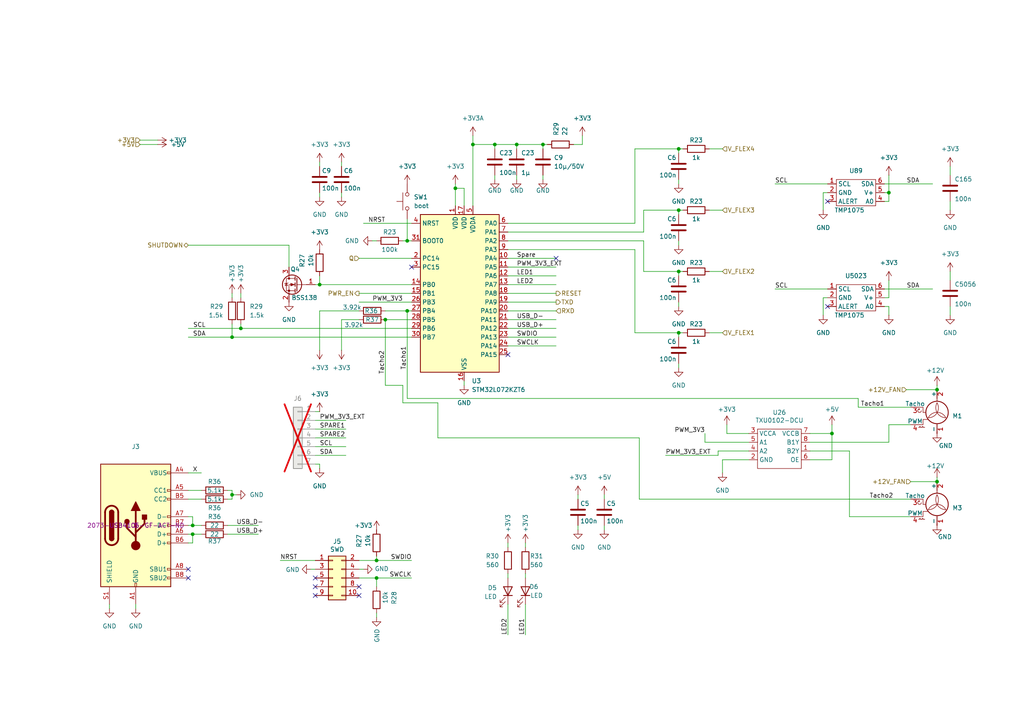
<source format=kicad_sch>
(kicad_sch (version 20231120) (generator "eeschema") (generator_version "8.0")
  (paper "A4")
  (lib_symbols
    (symbol "+3V3_1" (power) (pin_numbers hide) (pin_names (offset 0) hide)
      (property "Value" "+3V3" (at 0 3.556 0))
      (symbol "+3V3_1_1_1"
        (pin power_in line (at 0 0 90) (length 0) (name "~") (number "1"))
      )
    )
    (symbol "+3V3_2" (power) (pin_numbers hide) (pin_names (offset 0) hide)
      (property "Value" "+3V3" (at 0 3.556 0))
      (symbol "+3V3_2_1_1"
        (pin power_in line (at 0 0 90) (length 0) (name "~") (number "1"))
      )
    )
    (symbol "+3V3_3" (power) (pin_numbers hide) (pin_names (offset 0) hide)
      (property "Value" "+3V3" (at 0 3.556 0))
      (symbol "+3V3_3_1_1"
        (pin power_in line (at 0 0 90) (length 0) (name "~") (number "1"))
      )
    )
    (symbol "Connector:USB_C_Receptacle_USB2.0" (pin_names (offset 1.016))
      (property "Reference" "J" (at -10.16 19.05 0))
      (property "Value" "USB_C_Receptacle_USB2.0" (at 19.05 19.05 0))
      (symbol "USB_C_Receptacle_USB2.0_1_1"
        (pin passive line (at 0 -22.86 90) (length 5.08) (name "GND") (number "A1"))
        (pin passive line (at 0 -22.86 90) (length 5.08) hide (name "GND") (number "A12"))
        (pin passive line (at 15.24 15.24 180) (length 5.08) (name "VBUS") (number "A4"))
        (pin bidirectional line (at 15.24 10.16 180) (length 5.08) (name "CC1") (number "A5"))
        (pin bidirectional line (at 15.24 -2.54 180) (length 5.08) (name "D+") (number "A6"))
        (pin bidirectional line (at 15.24 2.54 180) (length 5.08) (name "D-") (number "A7"))
        (pin bidirectional line (at 15.24 -12.7 180) (length 5.08) (name "SBU1") (number "A8"))
        (pin passive line (at 15.24 15.24 180) (length 5.08) hide (name "VBUS") (number "A9"))
        (pin passive line (at 0 -22.86 90) (length 5.08) hide (name "GND") (number "B1"))
        (pin passive line (at 0 -22.86 90) (length 5.08) hide (name "GND") (number "B12"))
        (pin passive line (at 15.24 15.24 180) (length 5.08) hide (name "VBUS") (number "B4"))
        (pin bidirectional line (at 15.24 7.62 180) (length 5.08) (name "CC2") (number "B5"))
        (pin bidirectional line (at 15.24 -5.08 180) (length 5.08) (name "D+") (number "B6"))
        (pin bidirectional line (at 15.24 0 180) (length 5.08) (name "D-") (number "B7"))
        (pin bidirectional line (at 15.24 -15.24 180) (length 5.08) (name "SBU2") (number "B8"))
        (pin passive line (at 15.24 15.24 180) (length 5.08) hide (name "VBUS") (number "B9"))
        (pin passive line (at -7.62 -22.86 90) (length 5.08) (name "SHIELD") (number "S1"))
      )
    )
    (symbol "Connector_Generic:Conn_01x07" (pin_names (offset 1.016) hide)
      (property "Reference" "J" (at 0 10.16 0))
      (property "Value" "Conn_01x07" (at 0 -10.16 0))
      (symbol "Conn_01x07_1_1"
        (pin passive line (at -5.08 7.62 0) (length 3.81) (name "Pin_1") (number "1"))
        (pin passive line (at -5.08 5.08 0) (length 3.81) (name "Pin_2") (number "2"))
        (pin passive line (at -5.08 2.54 0) (length 3.81) (name "Pin_3") (number "3"))
        (pin passive line (at -5.08 0 0) (length 3.81) (name "Pin_4") (number "4"))
        (pin passive line (at -5.08 -2.54 0) (length 3.81) (name "Pin_5") (number "5"))
        (pin passive line (at -5.08 -5.08 0) (length 3.81) (name "Pin_6") (number "6"))
        (pin passive line (at -5.08 -7.62 0) (length 3.81) (name "Pin_7") (number "7"))
      )
    )
    (symbol "Device:C" (pin_numbers hide) (pin_names (offset 0.254))
      (property "Reference" "C" (at 0.635 2.54 0))
      (property "Value" "C" (at 0.635 -2.54 0))
      (symbol "C_1_1"
        (pin passive line (at 0 3.81 270) (length 2.794) (name "~") (number "1"))
        (pin passive line (at 0 -3.81 90) (length 2.794) (name "~") (number "2"))
      )
    )
    (symbol "Device:LED" (pin_numbers hide) (pin_names (offset 1.016) hide)
      (property "Reference" "D" (at 0 2.54 0))
      (property "Value" "LED" (at 0 -2.54 0))
      (symbol "LED_1_1"
        (pin passive line (at -3.81 0 0) (length 2.54) (name "K") (number "1"))
        (pin passive line (at 3.81 0 180) (length 2.54) (name "A") (number "2"))
      )
    )
    (symbol "Device:R" (pin_numbers hide) (pin_names (offset 0))
      (property "Reference" "R" (at 2.032 0 90))
      (property "Value" "R" (at 0 0 90))
      (symbol "R_1_1"
        (pin passive line (at 0 3.81 270) (length 1.27) (name "~") (number "1"))
        (pin passive line (at 0 -3.81 90) (length 1.27) (name "~") (number "2"))
      )
    )
    (symbol "GND_1" (power) (pin_names (offset 0))
      (property "Value" "GND_1" (at 0 -3.81 0))
      (symbol "GND_1_1_1"
        (pin power_in line (at 0 0 270) (length 0) hide (name "GND") (number "1"))
      )
    )
    (symbol "GND_2" (power) (pin_numbers hide) (pin_names (offset 0) hide)
      (property "Value" "GND" (at 0 -3.81 0))
      (symbol "GND_2_1_1"
        (pin power_in line (at 0 0 270) (length 0) (name "~") (number "1"))
      )
    )
    (symbol "GND_3" (power) (pin_numbers hide) (pin_names (offset 0) hide)
      (property "Value" "GND" (at 0 -3.81 0))
      (symbol "GND_3_1_1"
        (pin power_in line (at 0 0 270) (length 0) (name "~") (number "1"))
      )
    )
    (symbol "MCU_ST_STM32L0:STM32L052K6Tx"
      (property "Reference" "U" (at -10.16 24.13 0))
      (property "Value" "STM32L052K6Tx" (at 7.62 24.13 0))
      (symbol "STM32L052K6Tx_1_1"
        (pin power_in line (at 0 25.4 270) (length 2.54) (name "VDD") (number "1"))
        (pin bidirectional line (at 15.24 10.16 180) (length 2.54) (name "PA4") (number "10"))
        (pin bidirectional line (at 15.24 7.62 180) (length 2.54) (name "PA5") (number "11"))
        (pin bidirectional line (at 15.24 5.08 180) (length 2.54) (name "PA6") (number "12"))
        (pin bidirectional line (at 15.24 2.54 180) (length 2.54) (name "PA7") (number "13"))
        (pin bidirectional line (at -12.7 2.54 0) (length 2.54) (name "PB0") (number "14"))
        (pin bidirectional line (at -12.7 0 0) (length 2.54) (name "PB1") (number "15"))
        (pin power_in line (at 2.54 -25.4 90) (length 2.54) (name "VSS") (number "16"))
        (pin power_in line (at 2.54 25.4 270) (length 2.54) (name "VDD") (number "17"))
        (pin bidirectional line (at 15.24 0 180) (length 2.54) (name "PA8") (number "18"))
        (pin bidirectional line (at 15.24 -2.54 180) (length 2.54) (name "PA9") (number "19"))
        (pin bidirectional line (at -12.7 10.16 0) (length 2.54) (name "PC14") (number "2"))
        (pin bidirectional line (at 15.24 -5.08 180) (length 2.54) (name "PA10") (number "20"))
        (pin bidirectional line (at 15.24 -7.62 180) (length 2.54) (name "PA11") (number "21"))
        (pin bidirectional line (at 15.24 -10.16 180) (length 2.54) (name "PA12") (number "22"))
        (pin bidirectional line (at 15.24 -12.7 180) (length 2.54) (name "PA13") (number "23"))
        (pin bidirectional line (at 15.24 -15.24 180) (length 2.54) (name "PA14") (number "24"))
        (pin bidirectional line (at 15.24 -17.78 180) (length 2.54) (name "PA15") (number "25"))
        (pin bidirectional line (at -12.7 -2.54 0) (length 2.54) (name "PB3") (number "26"))
        (pin bidirectional line (at -12.7 -5.08 0) (length 2.54) (name "PB4") (number "27"))
        (pin bidirectional line (at -12.7 -7.62 0) (length 2.54) (name "PB5") (number "28"))
        (pin bidirectional line (at -12.7 -10.16 0) (length 2.54) (name "PB6") (number "29"))
        (pin bidirectional line (at -12.7 7.62 0) (length 2.54) (name "PC15") (number "3"))
        (pin bidirectional line (at -12.7 -12.7 0) (length 2.54) (name "PB7") (number "30"))
        (pin input line (at -12.7 15.24 0) (length 2.54) (name "BOOT0") (number "31"))
        (pin passive line (at 2.54 -25.4 90) (length 2.54) hide (name "VSS") (number "32"))
        (pin input line (at -12.7 20.32 0) (length 2.54) (name "NRST") (number "4"))
        (pin power_in line (at 5.08 25.4 270) (length 2.54) (name "VDDA") (number "5"))
        (pin bidirectional line (at 15.24 20.32 180) (length 2.54) (name "PA0") (number "6"))
        (pin bidirectional line (at 15.24 17.78 180) (length 2.54) (name "PA1") (number "7"))
        (pin bidirectional line (at 15.24 15.24 180) (length 2.54) (name "PA2") (number "8"))
        (pin bidirectional line (at 15.24 12.7 180) (length 2.54) (name "PA3") (number "9"))
      )
    )
    (symbol "Motor:Fan_4pin" (pin_names (offset 0))
      (property "Reference" "M" (at 2.54 5.08 0))
      (property "Value" "Fan_4pin" (at 2.54 -2.54 0))
      (symbol "Fan_4pin_1_1"
        (pin passive line (at 0 -5.08 90) (length 2.54) (name "-") (number "1"))
        (pin passive line (at 0 7.62 270) (length 2.54) (name "+") (number "2"))
        (pin passive line (at -7.62 2.54 0) (length 2.54) (name "Tacho") (number "3"))
        (pin input line (at -7.62 -2.54 0) (length 2.54) (name "PWM") (number "4"))
      )
    )
    (symbol "New_Library_0:TXU0102DCK"
      (property "Reference" "U1" (at 0 8.89 0))
      (property "Value" "TXU0102-DCU" (at 0 6.35 0))
      (symbol "TXU0102DCK_1_1"
        (pin output line (at 8.89 -2.54 180) (length 2.54) (name "B2Y") (number "1"))
        (pin power_in line (at -8.89 -5.08 0) (length 2.54) (name "GND") (number "2"))
        (pin power_in line (at -8.89 2.54 0) (length 2.54) (name "VCCA") (number "3"))
        (pin input line (at -8.89 -2.54 0) (length 2.54) (name "A2") (number "4"))
        (pin input line (at -8.89 0 0) (length 2.54) (name "A1") (number "5"))
        (pin input line (at 8.89 -5.08 180) (length 2.54) (name "OE") (number "6"))
        (pin power_in line (at 8.89 2.54 180) (length 2.54) (name "VCCB") (number "7"))
        (pin output line (at 8.89 0 180) (length 2.54) (name "B1Y") (number "8"))
      )
    )
    (symbol "Switch:SW_Push" (pin_numbers hide) (pin_names (offset 1.016) hide)
      (property "Reference" "SW" (at 1.27 2.54 0))
      (property "Value" "SW_Push" (at 0 -1.524 0))
      (symbol "SW_Push_0_1"
        (pin passive line (at -5.08 0 0) (length 2.54) (name "1") (number "1"))
        (pin passive line (at 5.08 0 180) (length 2.54) (name "2") (number "2"))
      )
    )
    (symbol "Transistor_FET:BSS138" (pin_names hide)
      (property "Reference" "Q" (at 5.08 1.905 0))
      (property "Value" "BSS138" (at 5.08 0 0))
      (symbol "BSS138_1_1"
        (pin input line (at -5.08 0 0) (length 2.54) (name "G") (number "1"))
        (pin passive line (at 2.54 -5.08 90) (length 2.54) (name "S") (number "2"))
        (pin passive line (at 2.54 5.08 270) (length 2.54) (name "D") (number "3"))
      )
    )
    (symbol "clock-rescue:R" (pin_numbers hide) (pin_names (offset 0))
      (property "Reference" "R" (at 2.032 0 90))
      (property "Value" "R" (at 0 0 90))
      (symbol "R_1_1"
        (pin passive line (at 0 3.81 270) (length 1.27) (name "~") (number "1"))
        (pin passive line (at 0 -3.81 90) (length 1.27) (name "~") (number "2"))
      )
    )
    (symbol "dwc-hat-rescue:+3V3-power" (power) (pin_names (offset 0))
      (property "Value" "+3V3-power" (at 0 3.556 0))
      (symbol "+3V3-power_1_1"
        (pin power_in line (at 0 0 90) (length 0) hide (name "+3V3") (number "1"))
      )
    )
    (symbol "dwc-hat-rescue:Conn_02x05_Odd_Even-Connector_Generic" (pin_names (offset 1.016) hide)
      (property "Reference" "J" (at 1.27 7.62 0))
      (property "Value" "Connector_Generic_Conn_02x05_Odd_Even" (at 1.27 -7.62 0))
      (symbol "Conn_02x05_Odd_Even-Connector_Generic_1_1"
        (pin passive line (at -5.08 5.08 0) (length 3.81) (name "Pin_1") (number "1"))
        (pin passive line (at 7.62 -5.08 180) (length 3.81) (name "Pin_10") (number "10"))
        (pin passive line (at 7.62 5.08 180) (length 3.81) (name "Pin_2") (number "2"))
        (pin passive line (at -5.08 2.54 0) (length 3.81) (name "Pin_3") (number "3"))
        (pin passive line (at 7.62 2.54 180) (length 3.81) (name "Pin_4") (number "4"))
        (pin passive line (at -5.08 0 0) (length 3.81) (name "Pin_5") (number "5"))
        (pin passive line (at 7.62 0 180) (length 3.81) (name "Pin_6") (number "6"))
        (pin passive line (at -5.08 -2.54 0) (length 3.81) (name "Pin_7") (number "7"))
        (pin passive line (at 7.62 -2.54 180) (length 3.81) (name "Pin_8") (number "8"))
        (pin passive line (at -5.08 -5.08 0) (length 3.81) (name "Pin_9") (number "9"))
      )
    )
    (symbol "dwc-hat-rescue:GND-power" (power) (pin_names (offset 0))
      (property "Value" "GND-power" (at 0 -3.81 0))
      (symbol "GND-power_1_1"
        (pin power_in line (at 0 0 270) (length 0) hide (name "GND") (number "1"))
      )
    )
    (symbol "dwc-hat-rescue:R-Device" (pin_numbers hide) (pin_names (offset 0))
      (property "Reference" "R" (at 2.032 0 90))
      (property "Value" "Device_R" (at 0 0 90))
      (symbol "R-Device_1_1"
        (pin passive line (at 0 3.81 270) (length 1.27) (name "~") (number "1"))
        (pin passive line (at 0 -3.81 90) (length 1.27) (name "~") (number "2"))
      )
    )
    (symbol "mylib7:+3V3A" (power) (pin_names (offset 0))
      (property "Value" "+3V3A" (at 0 3.556 0))
      (symbol "+3V3A_1_1"
        (pin power_in line (at 0 0 90) (length 0) hide (name "+3V3A") (number "1"))
      )
    )
    (symbol "mylib7:TMP1075-DRL-SOT563"
      (property "Reference" "U" (at -5.08 5.08 0))
      (symbol "TMP1075-DRL-SOT563_1_1"
        (pin open_collector line (at -8.89 2.54 0) (length 2.54) (name "SCL") (number "1"))
        (pin power_in line (at -8.89 0 0) (length 2.54) (name "GND") (number "2"))
        (pin open_collector line (at -8.89 -2.54 0) (length 2.54) (name "ALERT") (number "3"))
        (pin input line (at 7.62 -2.54 180) (length 2.54) (name "A0") (number "4"))
        (pin power_in line (at 7.62 0 180) (length 2.54) (name "V+") (number "5"))
        (pin open_collector line (at 7.62 2.54 180) (length 2.54) (name "SDA") (number "6"))
      )
    )
    (symbol "power:+12V" (power) (pin_numbers hide) (pin_names (offset 0) hide)
      (property "Value" "+12V" (at 0 3.556 0))
      (symbol "+12V_1_1"
        (pin power_in line (at 0 0 90) (length 0) (name "~") (number "1"))
      )
    )
    (symbol "power:+3V3" (power) (pin_names (offset 0))
      (property "Value" "+3V3" (at 0 3.556 0))
      (symbol "+3V3_1_1"
        (pin power_in line (at 0 0 90) (length 0) hide (name "+3V3") (number "1"))
      )
    )
    (symbol "power:+5V" (power) (pin_names (offset 0))
      (property "Value" "+5V" (at 0 3.556 0))
      (symbol "+5V_1_1"
        (pin power_in line (at 0 0 90) (length 0) hide (name "+5V") (number "1"))
      )
    )
    (symbol "power:GND" (power) (pin_names (offset 0))
      (property "Value" "GND" (at 0 -3.81 0))
      (symbol "GND_1_1"
        (pin power_in line (at 0 0 270) (length 0) hide (name "GND") (number "1"))
      )
    )
    (symbol "vfd1-rescue:C" (pin_numbers hide) (pin_names (offset 0.254))
      (property "Reference" "C" (at 0.635 2.54 0))
      (property "Value" "C" (at 0.635 -2.54 0))
      (symbol "C_1_1"
        (pin passive line (at 0 3.81 270) (length 2.794) (name "~") (number "1"))
        (pin passive line (at 0 -3.81 90) (length 2.794) (name "~") (number "2"))
      )
    )
  )
  (junction (at 271.78 113.03))
  (junction (at 92.71 82.55))
  (junction (at 196.85 78.74))
  (junction (at 55.88 152.4))
  (junction (at 69.85 95.25))
  (junction (at 196.85 43.18))
  (junction (at 271.78 139.7))
  (junction (at 149.86 41.91))
  (junction (at 118.11 90.17))
  (junction (at 55.88 154.94))
  (junction (at 241.3 125.73))
  (junction (at 111.76 92.71))
  (junction (at 137.16 41.91))
  (junction (at 257.81 55.88))
  (junction (at 196.85 96.52))
  (junction (at 143.51 41.91))
  (junction (at 109.22 162.56))
  (junction (at 157.48 41.91))
  (junction (at 109.22 167.64))
  (junction (at 132.08 54.61))
  (junction (at 196.85 60.96))
  (junction (at 67.31 97.79))
  (junction (at 67.31 143.51))
  (junction (at 118.11 69.85))
  (no_connect (at 161.29 74.93))
  (no_connect (at 54.61 167.64))
  (no_connect (at 91.44 172.72))
  (no_connect (at 240.03 58.42))
  (no_connect (at 119.38 77.47))
  (no_connect (at 91.44 170.18))
  (no_connect (at 104.14 172.72))
  (no_connect (at 240.03 88.9))
  (no_connect (at 104.14 170.18))
  (no_connect (at 54.61 165.1))
  (no_connect (at 91.44 167.64))
  (no_connect (at 147.32 102.87))
  (wire (pts (xy 137.16 41.91) (xy 137.16 59.69)))
  (wire (pts (xy 241.3 123.19) (xy 241.3 125.73)))
  (wire (pts (xy 257.81 55.88) (xy 257.81 58.42)))
  (wire (pts (xy 238.76 86.36) (xy 238.76 91.44)))
  (wire (pts (xy 69.85 93.98) (xy 69.85 95.25)))
  (wire (pts (xy 175.26 152.4) (xy 175.26 153.67)))
  (wire (pts (xy 116.84 69.85) (xy 118.11 69.85)))
  (wire (pts (xy 54.61 144.78) (xy 58.42 144.78)))
  (wire (pts (xy 66.04 142.24) (xy 67.31 142.24)))
  (wire (pts (xy 184.15 43.18) (xy 184.15 64.77)))
  (wire (pts (xy 175.26 143.51) (xy 175.26 144.78)))
  (wire (pts (xy 91.44 132.08) (xy 100.33 132.08)))
  (wire (pts (xy 275.59 88.9) (xy 275.59 91.44)))
  (wire (pts (xy 257.81 128.27) (xy 257.81 123.19)))
  (wire (pts (xy 118.11 90.17) (xy 119.38 90.17)))
  (wire (pts (xy 147.32 74.93) (xy 161.29 74.93)))
  (wire (pts (xy 92.71 82.55) (xy 119.38 82.55)))
  (wire (pts (xy 184.15 72.39) (xy 184.15 96.52)))
  (wire (pts (xy 196.85 43.18) (xy 196.85 44.45)))
  (wire (pts (xy 234.95 128.27) (xy 257.81 128.27)))
  (wire (pts (xy 132.08 53.34) (xy 132.08 54.61)))
  (wire (pts (xy 157.48 41.91) (xy 157.48 43.18)))
  (wire (pts (xy 234.95 125.73) (xy 241.3 125.73)))
  (wire (pts (xy 248.92 115.57) (xy 248.92 118.11)))
  (wire (pts (xy 111.76 90.17) (xy 118.11 90.17)))
  (wire (pts (xy 186.69 60.96) (xy 186.69 67.31)))
  (wire (pts (xy 147.32 85.09) (xy 161.29 85.09)))
  (wire (pts (xy 105.41 165.1) (xy 104.14 165.1)))
  (wire (pts (xy 257.81 123.19) (xy 264.16 123.19)))
  (wire (pts (xy 118.11 69.85) (xy 119.38 69.85)))
  (wire (pts (xy 67.31 144.78) (xy 66.04 144.78)))
  (wire (pts (xy 147.32 95.25) (xy 161.29 95.25)))
  (wire (pts (xy 104.14 85.09) (xy 119.38 85.09)))
  (wire (pts (xy 55.88 152.4) (xy 58.42 152.4)))
  (wire (pts (xy 262.89 113.03) (xy 271.78 113.03)))
  (wire (pts (xy 147.32 97.79) (xy 161.29 97.79)))
  (wire (pts (xy 205.74 78.74) (xy 209.55 78.74)))
  (wire (pts (xy 248.92 115.57) (xy 118.11 115.57)))
  (wire (pts (xy 256.54 53.34) (xy 270.51 53.34)))
  (wire (pts (xy 81.28 162.56) (xy 91.44 162.56)))
  (wire (pts (xy 149.86 41.91) (xy 157.48 41.91)))
  (wire (pts (xy 107.95 69.85) (xy 109.22 69.85)))
  (wire (pts (xy 147.32 92.71) (xy 161.29 92.71)))
  (wire (pts (xy 134.62 110.49) (xy 134.62 111.76)))
  (wire (pts (xy 118.11 90.17) (xy 118.11 115.57)))
  (wire (pts (xy 109.22 162.56) (xy 104.14 162.56)))
  (wire (pts (xy 210.82 125.73) (xy 210.82 123.19)))
  (wire (pts (xy 127 127) (xy 127 116.84)))
  (wire (pts (xy 147.32 64.77) (xy 184.15 64.77)))
  (wire (pts (xy 224.79 53.34) (xy 240.03 53.34)))
  (wire (pts (xy 67.31 93.98) (xy 67.31 97.79)))
  (wire (pts (xy 31.75 175.26) (xy 31.75 176.53)))
  (wire (pts (xy 196.85 87.63) (xy 196.85 88.9)))
  (wire (pts (xy 109.22 161.29) (xy 109.22 162.56)))
  (wire (pts (xy 147.32 80.01) (xy 161.29 80.01)))
  (wire (pts (xy 55.88 149.86) (xy 55.88 152.4)))
  (wire (pts (xy 256.54 55.88) (xy 257.81 55.88)))
  (wire (pts (xy 147.32 157.48) (xy 147.32 158.75)))
  (wire (pts (xy 205.74 96.52) (xy 209.55 96.52)))
  (wire (pts (xy 104.14 87.63) (xy 119.38 87.63)))
  (wire (pts (xy 257.81 55.88) (xy 257.81 50.8)))
  (wire (pts (xy 257.81 86.36) (xy 257.81 81.28)))
  (wire (pts (xy 198.12 60.96) (xy 196.85 60.96)))
  (wire (pts (xy 92.71 80.01) (xy 92.71 82.55)))
  (wire (pts (xy 67.31 85.09) (xy 67.31 86.36)))
  (wire (pts (xy 275.59 78.74) (xy 275.59 81.28)))
  (wire (pts (xy 238.76 55.88) (xy 238.76 60.96)))
  (wire (pts (xy 149.86 50.8) (xy 149.86 52.07)))
  (wire (pts (xy 246.38 149.86) (xy 264.16 149.86)))
  (wire (pts (xy 147.32 72.39) (xy 184.15 72.39)))
  (wire (pts (xy 127 116.84) (xy 116.84 116.84)))
  (wire (pts (xy 147.32 175.26) (xy 147.32 184.15)))
  (wire (pts (xy 69.85 85.09) (xy 69.85 86.36)))
  (wire (pts (xy 217.17 133.35) (xy 209.55 133.35)))
  (wire (pts (xy 92.71 46.99) (xy 92.71 48.26)))
  (wire (pts (xy 152.4 166.37) (xy 152.4 167.64)))
  (wire (pts (xy 208.28 130.81) (xy 217.17 130.81)))
  (wire (pts (xy 39.37 175.26) (xy 39.37 176.53)))
  (wire (pts (xy 186.69 78.74) (xy 196.85 78.74)))
  (wire (pts (xy 143.51 50.8) (xy 143.51 52.07)))
  (wire (pts (xy 92.71 55.88) (xy 92.71 57.15)))
  (wire (pts (xy 99.06 55.88) (xy 99.06 57.15)))
  (wire (pts (xy 185.42 144.78) (xy 185.42 127)))
  (wire (pts (xy 147.32 77.47) (xy 161.29 77.47)))
  (wire (pts (xy 185.42 127) (xy 127 127)))
  (wire (pts (xy 196.85 78.74) (xy 196.85 80.01)))
  (wire (pts (xy 105.41 64.77) (xy 119.38 64.77)))
  (wire (pts (xy 111.76 92.71) (xy 119.38 92.71)))
  (wire (pts (xy 271.78 138.43) (xy 271.78 139.7)))
  (wire (pts (xy 198.12 78.74) (xy 196.85 78.74)))
  (wire (pts (xy 149.86 41.91) (xy 149.86 43.18)))
  (wire (pts (xy 186.69 60.96) (xy 196.85 60.96)))
  (wire (pts (xy 99.06 92.71) (xy 99.06 101.6)))
  (wire (pts (xy 119.38 167.64) (xy 109.22 167.64)))
  (wire (pts (xy 143.51 41.91) (xy 143.51 43.18)))
  (wire (pts (xy 157.48 50.8) (xy 157.48 52.07)))
  (wire (pts (xy 198.12 96.52) (xy 196.85 96.52)))
  (wire (pts (xy 67.31 97.79) (xy 119.38 97.79)))
  (wire (pts (xy 55.88 157.48) (xy 54.61 157.48)))
  (wire (pts (xy 91.44 127) (xy 100.33 127)))
  (wire (pts (xy 66.04 154.94) (xy 74.93 154.94)))
  (wire (pts (xy 109.22 167.64) (xy 104.14 167.64)))
  (wire (pts (xy 109.22 177.8) (xy 109.22 179.07)))
  (wire (pts (xy 143.51 41.91) (xy 149.86 41.91)))
  (wire (pts (xy 147.32 67.31) (xy 186.69 67.31)))
  (wire (pts (xy 91.44 124.46) (xy 100.33 124.46)))
  (wire (pts (xy 134.62 54.61) (xy 132.08 54.61)))
  (wire (pts (xy 257.81 88.9) (xy 257.81 91.44)))
  (wire (pts (xy 147.32 166.37) (xy 147.32 167.64)))
  (wire (pts (xy 92.71 134.62) (xy 92.71 135.89)))
  (wire (pts (xy 196.85 96.52) (xy 196.85 97.79)))
  (wire (pts (xy 147.32 82.55) (xy 161.29 82.55)))
  (wire (pts (xy 137.16 41.91) (xy 143.51 41.91)))
  (wire (pts (xy 275.59 58.42) (xy 275.59 60.96)))
  (wire (pts (xy 184.15 43.18) (xy 196.85 43.18)))
  (wire (pts (xy 196.85 52.07) (xy 196.85 53.34)))
  (wire (pts (xy 69.85 95.25) (xy 119.38 95.25)))
  (wire (pts (xy 186.69 69.85) (xy 186.69 78.74)))
  (wire (pts (xy 99.06 46.99) (xy 99.06 48.26)))
  (wire (pts (xy 167.64 143.51) (xy 167.64 144.78)))
  (wire (pts (xy 104.14 74.93) (xy 119.38 74.93)))
  (wire (pts (xy 40.64 41.91) (xy 45.72 41.91)))
  (wire (pts (xy 217.17 125.73) (xy 210.82 125.73)))
  (wire (pts (xy 198.12 43.18) (xy 196.85 43.18)))
  (wire (pts (xy 204.47 125.73) (xy 204.47 128.27)))
  (wire (pts (xy 240.03 55.88) (xy 238.76 55.88)))
  (wire (pts (xy 118.11 63.5) (xy 118.11 69.85)))
  (wire (pts (xy 54.61 97.79) (xy 67.31 97.79)))
  (wire (pts (xy 224.79 83.82) (xy 240.03 83.82)))
  (wire (pts (xy 208.28 132.08) (xy 208.28 130.81)))
  (wire (pts (xy 55.88 152.4) (xy 54.61 152.4)))
  (wire (pts (xy 209.55 133.35) (xy 209.55 137.16)))
  (wire (pts (xy 264.16 139.7) (xy 271.78 139.7)))
  (wire (pts (xy 234.95 133.35) (xy 241.3 133.35)))
  (wire (pts (xy 134.62 54.61) (xy 134.62 59.69)))
  (wire (pts (xy 257.81 88.9) (xy 256.54 88.9)))
  (wire (pts (xy 196.85 105.41) (xy 196.85 106.68)))
  (wire (pts (xy 185.42 144.78) (xy 264.16 144.78)))
  (wire (pts (xy 54.61 95.25) (xy 69.85 95.25)))
  (wire (pts (xy 99.06 92.71) (xy 104.14 92.71)))
  (wire (pts (xy 196.85 69.85) (xy 196.85 71.12)))
  (wire (pts (xy 152.4 175.26) (xy 152.4 184.15)))
  (wire (pts (xy 67.31 143.51) (xy 67.31 144.78)))
  (wire (pts (xy 54.61 149.86) (xy 55.88 149.86)))
  (wire (pts (xy 147.32 90.17) (xy 161.29 90.17)))
  (wire (pts (xy 109.22 170.18) (xy 109.22 167.64)))
  (wire (pts (xy 257.81 58.42) (xy 256.54 58.42)))
  (wire (pts (xy 147.32 69.85) (xy 186.69 69.85)))
  (wire (pts (xy 111.76 111.76) (xy 111.76 92.71)))
  (wire (pts (xy 204.47 128.27) (xy 217.17 128.27)))
  (wire (pts (xy 104.14 90.17) (xy 92.71 90.17)))
  (wire (pts (xy 40.64 40.64) (xy 45.72 40.64)))
  (wire (pts (xy 91.44 129.54) (xy 100.33 129.54)))
  (wire (pts (xy 205.74 43.18) (xy 209.55 43.18)))
  (wire (pts (xy 91.44 134.62) (xy 92.71 134.62)))
  (wire (pts (xy 55.88 154.94) (xy 55.88 157.48)))
  (wire (pts (xy 168.91 39.37) (xy 168.91 41.91)))
  (wire (pts (xy 91.44 121.92) (xy 100.33 121.92)))
  (wire (pts (xy 271.78 111.76) (xy 271.78 113.03)))
  (wire (pts (xy 67.31 142.24) (xy 67.31 143.51)))
  (wire (pts (xy 92.71 90.17) (xy 92.71 101.6)))
  (wire (pts (xy 167.64 152.4) (xy 167.64 153.67)))
  (wire (pts (xy 90.17 165.1) (xy 91.44 165.1)))
  (wire (pts (xy 147.32 100.33) (xy 161.29 100.33)))
  (wire (pts (xy 116.84 116.84) (xy 116.84 111.76)))
  (wire (pts (xy 157.48 41.91) (xy 158.75 41.91)))
  (wire (pts (xy 196.85 60.96) (xy 196.85 62.23)))
  (wire (pts (xy 256.54 86.36) (xy 257.81 86.36)))
  (wire (pts (xy 91.44 119.38) (xy 92.71 119.38)))
  (wire (pts (xy 137.16 39.37) (xy 137.16 41.91)))
  (wire (pts (xy 54.61 142.24) (xy 58.42 142.24)))
  (wire (pts (xy 241.3 125.73) (xy 241.3 133.35)))
  (wire (pts (xy 248.92 118.11) (xy 264.16 118.11)))
  (wire (pts (xy 205.74 60.96) (xy 209.55 60.96)))
  (wire (pts (xy 275.59 48.26) (xy 275.59 50.8)))
  (wire (pts (xy 256.54 83.82) (xy 270.51 83.82)))
  (wire (pts (xy 91.44 82.55) (xy 92.71 82.55)))
  (wire (pts (xy 66.04 152.4) (xy 74.93 152.4)))
  (wire (pts (xy 119.38 162.56) (xy 109.22 162.56)))
  (wire (pts (xy 54.61 154.94) (xy 55.88 154.94)))
  (wire (pts (xy 55.88 154.94) (xy 58.42 154.94)))
  (wire (pts (xy 83.82 71.12) (xy 83.82 77.47)))
  (wire (pts (xy 54.61 137.16) (xy 58.42 137.16)))
  (wire (pts (xy 193.04 132.08) (xy 208.28 132.08)))
  (wire (pts (xy 67.31 143.51) (xy 68.58 143.51)))
  (wire (pts (xy 54.61 71.12) (xy 83.82 71.12)))
  (wire (pts (xy 246.38 130.81) (xy 246.38 149.86)))
  (wire (pts (xy 168.91 41.91) (xy 166.37 41.91)))
  (wire (pts (xy 132.08 54.61) (xy 132.08 59.69)))
  (wire (pts (xy 147.32 87.63) (xy 161.29 87.63)))
  (wire (pts (xy 234.95 130.81) (xy 246.38 130.81)))
  (wire (pts (xy 116.84 111.76) (xy 111.76 111.76)))
  (wire (pts (xy 152.4 157.48) (xy 152.4 158.75)))
  (wire (pts (xy 184.15 96.52) (xy 196.85 96.52)))
  (wire (pts (xy 240.03 86.36) (xy 238.76 86.36)))
  (label "SWCLK" (at 119.38 167.64 180))
  (label "SWDIO" (at 119.38 162.56 180))
  (label "PWM_3V3_EXT" (at 149.86 77.47 0))
  (label "SPARE1" (at 92.71 124.46 0))
  (label "Tacho1" (at 118.11 100.33 270))
  (label "Tacho1" (at 256.54 118.11 180))
  (label "SWDIO" (at 149.86 97.79 0))
  (label "USB_D-" (at 149.86 92.71 0))
  (label "USB_D-" (at 68.58 152.4 0))
  (label "PWM_3V3" (at 116.84 87.63 180))
  (label "SWCLK" (at 149.86 100.33 0))
  (label "USB_D+" (at 68.58 154.94 0))
  (label "SDA" (at 266.7 53.34 180))
  (label "X" (at 55.88 137.16 0))
  (label "SCL" (at 224.79 83.82 0))
  (label "LED1" (at 149.86 80.01 0))
  (label "LED2" (at 147.32 184.15 90))
  (label "SDA" (at 266.7 83.82 180))
  (label "PWM_3V3" (at 204.47 125.73 180))
  (label "SDA" (at 92.71 132.08 0))
  (label "NRST" (at 81.28 162.56 0))
  (label "LED2" (at 149.86 82.55 0))
  (label "SCL" (at 59.69 95.25 180))
  (label "SCL" (at 224.79 53.34 0))
  (label "NRST" (at 111.76 64.77 180))
  (label "SDA" (at 59.69 97.79 180))
  (label "Spare" (at 149.86 74.93 0))
  (label "PWM_3V3_EXT" (at 92.71 121.92 0))
  (label "SPARE2" (at 92.71 127 0))
  (label "PWM_3V3_EXT" (at 193.04 132.08 0))
  (label "SCL" (at 92.71 129.54 0))
  (label "Tacho2" (at 111.76 101.6 270))
  (label "Tacho2" (at 259.08 144.78 180))
  (label "USB_D+" (at 149.86 95.25 0))
  (label "LED1" (at 152.4 184.15 90))
  (hierarchical_label "V_FLEX1" (shape input) (at 209.55 96.52 0))
  (hierarchical_label "+5V" (shape input) (at 40.64 41.91 180))
  (hierarchical_label "RESET" (shape output) (at 161.29 85.09 0))
  (hierarchical_label "Q" (shape input) (at 104.14 74.93 180))
  (hierarchical_label "+12V_FAN" (shape input) (at 262.89 113.03 180))
  (hierarchical_label "PWR_EN" (shape output) (at 104.14 85.09 180))
  (hierarchical_label "V_FLEX4" (shape input) (at 209.55 43.18 0))
  (hierarchical_label "TXD" (shape output) (at 161.29 87.63 0))
  (hierarchical_label "+12V_FAN" (shape input) (at 264.16 139.7 180))
  (hierarchical_label "V_FLEX3" (shape input) (at 209.55 60.96 0))
  (hierarchical_label "V_FLEX2" (shape input) (at 209.55 78.74 0))
  (hierarchical_label "+3V3" (shape input) (at 40.64 40.64 180))
  (hierarchical_label "RXD" (shape input) (at 161.29 90.17 0))
  (hierarchical_label "SHUTDOWN" (shape bidirectional) (at 54.61 71.12 180))
  (symbol (lib_id "power:+3V3") (at 45.72 40.64 270) (unit 1)
    (property "Reference" "#PWR038" (effects (hide yes)))
    (property "Value" "+3V3" (at 48.895 40.64 90) (effects (justify left)))
    (instances (project "vfd-night-projector-clock" (path "" (reference "#PWR038") (unit 1))) (project "pi" (path "" (reference "#PWR020") (unit 1))) (project "8]axe" (path "" (reference "#PWR092") (unit 1))) (project "flex" (path "" (reference "#PWR020") (unit 1))))
  )
  (symbol (lib_id "power:+3V3") (at 118.11 53.34 0) (mirror y) (unit 1)
    (property "Reference" "#PWR038" (effects (hide yes)))
    (property "Value" "+3V3" (at 118.11 48.26 0))
    (instances (project "vfd-night-projector-clock" (path "" (reference "#PWR038") (unit 1))) (project "pi" (path "" (reference "#PWR020") (unit 1))) (project "eload" (path "" (reference "#PWR016") (unit 1))) (project "8]axe" (path "" (reference "#PWR0108") (unit 1))))
  )
  (symbol (lib_id "Device:C") (at 149.86 46.99 0) (unit 1)
    (property "Reference" "C23" (at 151.13 45.085 0) (effects (justify left bottom)))
    (property "Value" "1µ" (at 151.13 50.8 0) (effects (justify left bottom)))
    (property "Footprint" "Capacitor_SMD:C_0603_1608Metric" (effects (hide yes)))
    (property "Manufacturer" "CC0603KRX7R7BB105" (effects (hide yes)))
    (property "Distributor" "D" (effects (hide yes)))
    (property "OrderNr" "311-1446-1-ND" (effects (hide yes)))
    (instances (project "pi" (path "" (reference "C23") (unit 1))) (project "eload" (path "" (reference "C14") (unit 1))) (project "8]axe" (path "" (reference "C29") (unit 1))))
  )
  (symbol (lib_id "power:GND") (at 196.85 88.9 0) (unit 1)
    (property "Reference" "#PWR0124" (effects (hide yes)))
    (property "Value" "GND" (at 196.85 93.98 0))
  )
  (symbol (lib_id "clock-rescue:R") (at 62.23 154.94 270) (unit 1)
    (property "Reference" "R37" (at 62.23 156.972 90))
    (property "Value" "22" (at 62.23 154.94 90))
    (property "Footprint" "Resistor_SMD:R_0603_1608Metric" (effects (hide yes)))
    (property "Manufacturer" "RK73B1JTTD220J" (effects (hide yes)))
    (property "Distributor" "D" (effects (hide yes)))
    (property "OrderNr" "2019-RK73B1JTTD220JCT-ND" (effects (hide yes)))
    (instances (project "clockmicro" (path "" (reference "R37") (unit 1))) (project "fanpi" (path "" (reference "R20") (unit 1))) (project "vfd-night-projector-clock" (path "" (reference "R28") (unit 1))) (project "pi" (path "" (reference "R2") (unit 1))) (project "8]axe" (path "" (reference "R22") (unit 1))))
  )
  (symbol (lib_name "GND_2") (lib_id "power:GND") (at 238.76 91.44 0) (unit 1)
    (property "Reference" "#PWR0133" (effects (hide yes)))
    (property "Value" "GND" (at 238.76 96.52 0))
    (property "Description" "Power symbol creates a global label with name \"GND\" , ground" (effects (hide yes)))
  )
  (symbol (lib_id "dwc-hat-rescue:GND-power") (at 90.17 165.1 270) (unit 1)
    (property "Reference" "#PWR011" (effects (hide yes)))
    (property "Value" "GND" (at 86.9188 165.227 90) (effects (justify right)))
    (instances (project "dwc-hat" (path "" (reference "#PWR011") (unit 1))) (project "fanpi" (path "" (reference "#PWR011") (unit 1))) (project "vfd-night-projector-clock" (path "" (reference "#PWR041") (unit 1))) (project "pi" (path "" (reference "#PWR02") (unit 1))) (project "8]axe" (path "" (reference "#PWR098") (unit 1))) (project "flex" (path "" (reference "#PWR01") (unit 1))))
  )
  (symbol (lib_id "mylib7:TMP1075-DRL-SOT563") (at 248.92 55.88 0) (unit 1)
    (property "Reference" "U89" (at 248.285 49.53 0))
    (property "Value" "TMP1075" (at 246.38 60.96 0))
    (property "Footprint" "Library2:TMP" (effects (hide yes)))
    (property "Distributor" "D" (effects (hide yes)))
    (property "Manufacturer" "TMP1075NDRLR" (effects (hide yes)))
    (property "OrderNr" "296-TMP1075NDRLRCT-ND" (effects (hide yes)))
  )
  (symbol (lib_id "power:GND") (at 196.85 71.12 0) (unit 1)
    (property "Reference" "#PWR0123" (effects (hide yes)))
    (property "Value" "GND" (at 196.85 76.2 0))
  )
  (symbol (lib_id "power:GND") (at 149.86 52.07 0) (unit 1)
    (property "Reference" "#PWR045" (effects (hide yes)))
    (property "Value" "GND" (at 149.86 55.245 0))
    (instances (project "eload" (path "" (reference "#PWR045") (unit 1))) (project "8]axe" (path "" (reference "#PWR0114") (unit 1))))
  )
  (symbol (lib_name "+3V3_1") (lib_id "power:+3V3") (at 257.81 81.28 0) (unit 1)
    (property "Reference" "#PWR0132" (effects (hide yes)))
    (property "Value" "+3V3" (at 257.81 76.2 0))
    (property "Description" "Power symbol creates a global label with name \"+3V3\"" (effects (hide yes)))
  )
  (symbol (lib_id "power:GND") (at 31.75 176.53 0) (unit 1)
    (property "Reference" "#PWR090" (effects (hide yes)))
    (property "Value" "GND" (at 31.75 181.61 0))
  )
  (symbol (lib_id "dwc-hat-rescue:GND-power") (at 109.22 179.07 0) (unit 1)
    (property "Reference" "#PWR013" (effects (hide yes)))
    (property "Value" "GND" (at 109.347 182.3212 90) (effects (justify right)))
    (instances (project "dwc-hat" (path "" (reference "#PWR013") (unit 1))) (project "fanpi" (path "" (reference "#PWR015") (unit 1))) (project "vfd-night-projector-clock" (path "" (reference "#PWR043") (unit 1))) (project "pi" (path "" (reference "#PWR06") (unit 1))) (project "8]axe" (path "" (reference "#PWR0107") (unit 1))) (project "flex" (path "" (reference "#PWR08") (unit 1))))
  )
  (symbol (lib_id "vfd1-rescue:C") (at 99.06 52.07 0) (unit 1)
    (property "Reference" "C6" (at 99.695 49.53 0) (effects (justify left)))
    (property "Value" "100n" (at 99.695 54.61 0) (effects (justify left)))
    (property "Footprint" "Capacitor_SMD:C_0603_1608Metric" (effects (hide yes)))
    (property "Manufacturer" "CC0603KRX5R9BB104" (effects (hide yes)))
    (property "Distributor" "D" (effects (hide yes)))
    (property "OrderNr" "311-4046-1-ND" (effects (hide yes)))
    (instances (project "vfd-night-projector-clock" (path "" (reference "C6") (unit 1))) (project "pi" (path "" (reference "C4") (unit 1))) (project "8]axe" (path "" (reference "C27") (unit 1))) (project "flex" (path "" (reference "C2") (unit 1))))
  )
  (symbol (lib_id "power:GND") (at 99.06 57.15 0) (unit 1)
    (property "Reference" "#PWR052" (effects (hide yes)))
    (property "Value" "GND" (at 99.06 62.23 0))
    (instances (project "vfd-night-projector-clock" (path "" (reference "#PWR052") (unit 1))) (project "pi" (path "" (reference "#PWR015") (unit 1))) (project "8]axe" (path "" (reference "#PWR0103") (unit 1))) (project "flex" (path "" (reference "#PWR016") (unit 1))))
  )
  (symbol (lib_id "Device:R") (at 152.4 162.56 0) (unit 1)
    (property "Reference" "R31" (at 153.67 161.29 0) (effects (justify left)))
    (property "Value" "560" (at 153.67 163.83 0) (effects (justify left)))
    (property "Footprint" "Resistor_SMD:R_0603_1608Metric" (effects (hide yes)))
    (property "Manufacturer" "ERJ-H3EF5600V" (effects (hide yes)))
    (property "Distributor" "D" (effects (hide yes)))
    (property "OrderNr" "10-ERJ-H3EF5600VCT-ND" (effects (hide yes)))
    (instances (project "pi" (path "" (reference "R31") (unit 1))) (project "8]axe" (path "" (reference "R30") (unit 1))) (project "flex" (path "" (reference "R6") (unit 1))))
  )
  (symbol (lib_id "Switch:SW_Push") (at 118.11 58.42 90) (unit 1)
    (property "Reference" "SW1" (at 120.015 57.15 90) (effects (justify right)))
    (property "Value" "boot" (at 120.015 59.69 90) (effects (justify right)))
    (property "Footprint" "Button_Switch_SMD:SW_Push_1P1T_NO_CK_KMR2" (effects (hide yes)))
    (property "Distributor" "D" (effects (hide yes)))
    (property "Manufacturer" "KMR231NG ULC LFS" (effects (hide yes)))
    (property "OrderNr" "CKN10284CT-ND" (effects (hide yes)))
  )
  (symbol (lib_id "mylib7:+3V3A") (at 137.16 39.37 0) (unit 1)
    (property "Reference" "#PWR031" (effects (hide yes)))
    (property "Value" "+3V3A" (at 137.16 34.29 0))
    (instances (project "eload" (path "" (reference "#PWR031") (unit 1))) (project "8]axe" (path "" (reference "#PWR0111") (unit 1))))
  )
  (symbol (lib_id "power:GND") (at 167.64 153.67 0) (unit 1)
    (property "Reference" "#PWR053" (effects (hide yes)))
    (property "Value" "GND" (at 167.64 158.75 0))
    (instances (project "vfd-night-projector-clock" (path "" (reference "#PWR053") (unit 1))) (project "pi" (path "" (reference "#PWR018") (unit 1))) (project "8]axe" (path "" (reference "#PWR0119") (unit 1))) (project "flex" (path "" (reference "#PWR018") (unit 1))))
  )
  (symbol (lib_id "Device:C") (at 157.48 46.99 0) (unit 1)
    (property "Reference" "C9" (at 160.655 45.72 0) (effects (justify left)))
    (property "Value" "10µ/50V" (at 160.655 48.26 0) (effects (justify left)))
    (property "Footprint" "Capacitor_SMD:C_1206_3216Metric" (effects (hide yes)))
    (property "Distributor" "D" (effects (hide yes)))
    (property "Manufacturer" "CL31A106MBHNNNE" (effects (hide yes)))
    (property "OrderNr" "1276-6736-1-ND" (effects (hide yes)))
    (instances (project "eload" (path "" (reference "C9") (unit 1))) (project "8]axe" (path "" (reference "C30") (unit 1))))
  )
  (symbol (lib_id "Motor:Fan_4pin") (at 271.78 147.32 0) (unit 1)
    (property "Reference" "M3" (at 276.225 147.32 0) (effects (justify left)))
    (property "Value" "Fan_4pin" (effects (hide yes)))
    (property "Footprint" "Connector:FanPinHeader_1x04_P2.54mm_Vertical" (effects (hide yes)))
    (property "Datasheet" "http://www.formfactors.org/developer%5Cspecs%5Crev1_2_public.pdf" (effects (hide yes)))
    (property "Distributor" "D" (effects (hide yes)))
    (property "Manufacturer" "0470531000" (effects (hide yes)))
    (property "OrderNr" "WM4330-ND" (effects (hide yes)))
  )
  (symbol (lib_id "power:GND") (at 68.58 143.51 90) (unit 1)
    (property "Reference" "#PWR095" (effects (hide yes)))
    (property "Value" "GND" (at 72.39 143.51 90) (effects (justify right)))
  )
  (symbol (lib_name "GND_1") (lib_id "power:GND") (at 271.78 152.4 0) (unit 1)
    (property "Reference" "#PWR0186" (effects (hide yes)))
    (property "Value" "GND" (at 274.066 155.702 0))
    (property "Description" "Power symbol creates a global label with name \"GND\" , ground" (effects (hide yes)))
  )
  (symbol (lib_id "vfd1-rescue:C") (at 167.64 148.59 0) (unit 1)
    (property "Reference" "C5" (at 168.275 146.05 0) (effects (justify left)))
    (property "Value" "100n" (at 168.275 151.13 0) (effects (justify left)))
    (property "Footprint" "Capacitor_SMD:C_0603_1608Metric" (effects (hide yes)))
    (property "Manufacturer" "CC0603KRX5R9BB104" (effects (hide yes)))
    (property "Distributor" "D" (effects (hide yes)))
    (property "OrderNr" "311-4046-1-ND" (effects (hide yes)))
    (instances (project "vfd-night-projector-clock" (path "" (reference "C5") (unit 1))) (project "pi" (path "" (reference "C5") (unit 1))) (project "8]axe" (path "" (reference "C31") (unit 1))) (project "flex" (path "" (reference "C3") (unit 1))))
  )
  (symbol (lib_id "Device:R") (at 201.93 78.74 90) (unit 1)
    (property "Reference" "R23" (at 201.93 76.2 90))
    (property "Value" "1k" (at 201.93 81.28 90))
    (property "Footprint" "Resistor_SMD:R_0603_1608Metric" (effects (hide yes)))
    (property "Manufacturer" "RCS06031K00FKEA" (effects (hide yes)))
    (property "DK-Partnumber" "541-1.00KHCT-ND" (effects (hide yes)))
    (property "Distributor" "D" (effects (hide yes)))
    (property "OrderNr" "541-2788-1-ND" (effects (hide yes)))
    (instances (project "vfd-night-projector-clock" (path "" (reference "R23") (unit 1))) (project "pi" (path "" (reference "R5") (unit 1))) (project "8]axe" (path "" (reference "R34") (unit 1))) (project "flex" (path "" (reference "R8") (unit 1))))
  )
  (symbol (lib_name "+3V3_1") (lib_id "power:+3V3") (at 275.59 48.26 0) (unit 1)
    (property "Reference" "#PWR0504" (effects (hide yes)))
    (property "Value" "+3V3" (at 275.59 43.18 0))
    (property "Description" "Power symbol creates a global label with name \"+3V3\"" (effects (hide yes)))
  )
  (symbol (lib_id "power:+3V3") (at 99.06 46.99 0) (unit 1)
    (property "Reference" "#PWR049" (effects (hide yes)))
    (property "Value" "+3V3" (at 99.06 41.91 0))
    (instances (project "vfd-night-projector-clock" (path "" (reference "#PWR049") (unit 1))) (project "pi" (path "" (reference "#PWR014") (unit 1))) (project "8]axe" (path "" (reference "#PWR0102") (unit 1))) (project "flex" (path "" (reference "#PWR014") (unit 1))))
  )
  (symbol (lib_id "Device:R") (at 107.95 90.17 90) (unit 1)
    (property "Reference" "R36" (at 107.696 90.17 90))
    (property "Value" "3.92k" (at 102.108 89.154 90))
    (property "Footprint" "Resistor_SMD:R_0603_1608Metric" (effects (hide yes)))
    (property "Description" "Resistor" (effects (hide yes)))
    (property "DK-Partnumber" "311-3.92KHRCT-ND" (effects (hide yes)))
    (property "Distributor" "D" (effects (hide yes)))
    (property "Manufacturer" "RC0603FR-073K92L" (effects (hide yes)))
    (property "OrderNr" "311-3.92KHRCT-ND" (effects (hide yes)))
  )
  (symbol (lib_id "vfd1-rescue:C") (at 92.71 52.07 0) (unit 1)
    (property "Reference" "C9" (at 93.345 49.53 0) (effects (justify left)))
    (property "Value" "100n" (at 93.345 54.61 0) (effects (justify left)))
    (property "Footprint" "Capacitor_SMD:C_0603_1608Metric" (effects (hide yes)))
    (property "Manufacturer" "CC0603KRX5R9BB104" (effects (hide yes)))
    (property "Distributor" "D" (effects (hide yes)))
    (property "OrderNr" "311-4046-1-ND" (effects (hide yes)))
    (instances (project "vfd-night-projector-clock" (path "" (reference "C9") (unit 1))) (project "pi" (path "" (reference "C3") (unit 1))) (project "8]axe" (path "" (reference "C26") (unit 1))) (project "flex" (path "" (reference "C1") (unit 1))))
  )
  (symbol (lib_id "power:GND") (at 196.85 53.34 0) (unit 1)
    (property "Reference" "#PWR0122" (effects (hide yes)))
    (property "Value" "GND" (at 196.85 58.42 0))
  )
  (symbol (lib_id "power:+3V3") (at 132.08 53.34 0) (mirror y) (unit 1)
    (property "Reference" "#PWR038" (effects (hide yes)))
    (property "Value" "+3V3" (at 132.08 48.26 0))
    (instances (project "vfd-night-projector-clock" (path "" (reference "#PWR038") (unit 1))) (project "pi" (path "" (reference "#PWR020") (unit 1))) (project "eload" (path "" (reference "#PWR016") (unit 1))) (project "8]axe" (path "" (reference "#PWR0109") (unit 1))))
  )
  (symbol (lib_id "power:+3V3") (at 167.64 143.51 0) (unit 1)
    (property "Reference" "#PWR048" (effects (hide yes)))
    (property "Value" "+3V3" (at 167.64 138.43 0))
    (instances (project "vfd-night-projector-clock" (path "" (reference "#PWR048") (unit 1))) (project "pi" (path "" (reference "#PWR017") (unit 1))) (project "8]axe" (path "" (reference "#PWR0118") (unit 1))) (project "flex" (path "" (reference "#PWR017") (unit 1))))
  )
  (symbol (lib_id "power:GND") (at 92.71 57.15 0) (unit 1)
    (property "Reference" "#PWR051" (effects (hide yes)))
    (property "Value" "GND" (at 92.71 62.23 0))
    (instances (project "vfd-night-projector-clock" (path "" (reference "#PWR051") (unit 1))) (project "pi" (path "" (reference "#PWR013") (unit 1))) (project "8]axe" (path "" (reference "#PWR0100") (unit 1))) (project "flex" (path "" (reference "#PWR013") (unit 1))))
  )
  (symbol (lib_id "power:GND") (at 39.37 176.53 0) (unit 1)
    (property "Reference" "#PWR091" (effects (hide yes)))
    (property "Value" "GND" (at 39.37 181.61 0))
  )
  (symbol (lib_id "dwc-hat-rescue:R-Device") (at 109.22 157.48 0) (mirror x) (unit 1)
    (property "Reference" "R27" (at 104.14 154.94 90) (effects (justify left)))
    (property "Value" "10k" (at 106.68 154.94 90) (effects (justify left)))
    (property "Footprint" "Resistor_SMD:R_0603_1608Metric" (effects (hide yes)))
    (property "Distributor" "D" (effects (hide yes)))
    (property "Manufacturer" "ERJ-H3EF1002V" (effects (hide yes)))
    (property "OrderNr" "10-ERJ-H3EF1002VCT-ND" (effects (hide yes)))
    (instances (project "dwc-hat" (path "" (reference "R27") (unit 1))) (project "fanpi" (path "" (reference "R3") (unit 1))) (project "vfd-night-projector-clock" (path "" (reference "R24") (unit 1))) (project "pi" (path "" (reference "R3") (unit 1))) (project "8]axe" (path "" (reference "R26") (unit 1))) (project "flex" (path "" (reference "R3") (unit 1))))
  )
  (symbol (lib_name "+3V3_1") (lib_id "power:+3V3") (at 257.81 50.8 0) (unit 1)
    (property "Reference" "#PWR0496" (effects (hide yes)))
    (property "Value" "+3V3" (at 257.81 45.72 0))
    (property "Description" "Power symbol creates a global label with name \"+3V3\"" (effects (hide yes)))
  )
  (symbol (lib_id "clock-rescue:R") (at 62.23 142.24 270) (unit 1)
    (property "Reference" "R36" (at 62.23 139.7 90))
    (property "Value" "5.1k" (at 62.23 142.24 90))
    (property "Footprint" "Resistor_SMD:R_0603_1608Metric" (effects (hide yes)))
    (property "Manufacturer" "ERA-3VEB5101V" (effects (hide yes)))
    (property "Distributor" "D" (effects (hide yes)))
    (property "OrderNr" "10-ERA-3VEB5101VCT-ND" (effects (hide yes)))
    (instances (project "clockmicro" (path "" (reference "R36") (unit 1))) (project "fanpi" (path "" (reference "R19") (unit 1))) (project "vfd-night-projector-clock" (path "" (reference "R27") (unit 1))) (project "pi" (path "" (reference "R1") (unit 1))) (project "8]axe" (path "" (reference "R19") (unit 1))))
  )
  (symbol (lib_id "clock-rescue:R") (at 62.23 152.4 270) (unit 1)
    (property "Reference" "R36" (at 62.23 149.86 90))
    (property "Value" "22" (at 62.23 152.4 90))
    (property "Footprint" "Resistor_SMD:R_0603_1608Metric" (effects (hide yes)))
    (property "Manufacturer" "RK73B1JTTD220J" (effects (hide yes)))
    (property "Distributor" "D" (effects (hide yes)))
    (property "OrderNr" "2019-RK73B1JTTD220JCT-ND" (effects (hide yes)))
    (instances (project "clockmicro" (path "" (reference "R36") (unit 1))) (project "fanpi" (path "" (reference "R19") (unit 1))) (project "vfd-night-projector-clock" (path "" (reference "R27") (unit 1))) (project "pi" (path "" (reference "R1") (unit 1))) (project "8]axe" (path "" (reference "R21") (unit 1))))
  )
  (symbol (lib_id "clock-rescue:R") (at 62.23 144.78 270) (mirror x) (unit 1)
    (property "Reference" "R36" (at 62.23 147.32 90))
    (property "Value" "5.1k" (at 62.23 144.78 90))
    (property "Footprint" "Resistor_SMD:R_0603_1608Metric" (effects (hide yes)))
    (property "Manufacturer" "ERA-3VEB5101V" (effects (hide yes)))
    (property "Distributor" "D" (effects (hide yes)))
    (property "OrderNr" "10-ERA-3VEB5101VCT-ND" (effects (hide yes)))
    (instances (project "clockmicro" (path "" (reference "R36") (unit 1))) (project "fanpi" (path "" (reference "R19") (unit 1))) (project "vfd-night-projector-clock" (path "" (reference "R27") (unit 1))) (project "pi" (path "" (reference "R1") (unit 1))) (project "8]axe" (path "" (reference "R20") (unit 1))))
  )
  (symbol (lib_id "power:GND") (at 107.95 69.85 270) (unit 1)
    (property "Reference" "#PWR040" (effects (hide yes)))
    (property "Value" "GND" (at 104.14 69.85 90) (effects (justify right)))
    (instances (project "vfd-night-projector-clock" (path "" (reference "#PWR040") (unit 1))) (project "pi" (path "" (reference "#PWR019") (unit 1))) (project "8]axe" (path "" (reference "#PWR0105") (unit 1))) (project "flex" (path "" (reference "#PWR019") (unit 1))))
  )
  (symbol (lib_id "power:GND") (at 175.26 153.67 0) (unit 1)
    (property "Reference" "#PWR053" (effects (hide yes)))
    (property "Value" "GND" (at 175.26 158.75 0))
    (instances (project "vfd-night-projector-clock" (path "" (reference "#PWR053") (unit 1))) (project "pi" (path "" (reference "#PWR018") (unit 1))) (project "8]axe" (path "" (reference "#PWR0121") (unit 1))) (project "flex" (path "" (reference "#PWR018") (unit 1))))
  )
  (symbol (lib_id "power:+5V") (at 241.3 123.19 0) (unit 1)
    (property "Reference" "#PWR011" (effects (hide yes)))
    (property "Value" "+5V" (at 241.3 118.745 0))
  )
  (symbol (lib_id "power:GND") (at 143.51 52.07 0) (unit 1)
    (property "Reference" "#PWR028" (effects (hide yes)))
    (property "Value" "GND" (at 143.51 55.245 0))
    (instances (project "eload" (path "" (reference "#PWR028") (unit 1))) (project "8]axe" (path "" (reference "#PWR0112") (unit 1))))
  )
  (symbol (lib_name "+3V3_3") (lib_id "power:+3V3") (at 92.71 101.6 180) (unit 1)
    (property "Reference" "#PWR0126" (effects (hide yes)))
    (property "Value" "+3V3" (at 92.71 106.68 0))
    (property "Description" "Power symbol creates a global label with name \"+3V3\"" (effects (hide yes)))
  )
  (symbol (lib_id "power:+3V3") (at 147.32 157.48 0) (unit 1)
    (property "Reference" "#PWR0171" (effects (hide yes)))
    (property "Value" "+3V3" (at 147.32 151.765 90))
    (instances (project "pi" (path "" (reference "#PWR0171") (unit 1))) (project "8]axe" (path "" (reference "#PWR0113") (unit 1))) (project "flex" (path "" (reference "#PWR09") (unit 1))))
  )
  (symbol (lib_id "Connector_Generic:Conn_01x07") (at 86.36 127 0) (mirror y) (unit 1) (in_bom no) (on_board no) (dnp yes)
    (property "Reference" "J6" (at 86.36 115.57 0))
    (property "Value" "Conn_01x05" (effects (hide yes)))
    (property "Footprint" "Connector_PinHeader_2.54mm:PinHeader_1x07_P2.54mm_Vertical" (effects (hide yes)))
    (property "Description" "Generic connector, single row, 01x07, script generated (kicad-library-utils/schlib/autogen/connector/)" (effects (hide yes)))
    (property "Distributor" "-" (effects (hide yes)))
  )
  (symbol (lib_id "vfd1-rescue:C") (at 196.85 101.6 0) (mirror y) (unit 1)
    (property "Reference" "C6" (at 196.215 99.06 0) (effects (justify left)))
    (property "Value" "100n" (at 196.215 104.14 0) (effects (justify left)))
    (property "Footprint" "Capacitor_SMD:C_0603_1608Metric" (effects (hide yes)))
    (property "Manufacturer" "CC0603KRX5R9BB104" (effects (hide yes)))
    (property "Distributor" "D" (effects (hide yes)))
    (property "OrderNr" "311-4046-1-ND" (effects (hide yes)))
    (instances (project "vfd-night-projector-clock" (path "" (reference "C6") (unit 1))) (project "pi" (path "" (reference "C4") (unit 1))) (project "8]axe" (path "" (reference "C36") (unit 1))) (project "flex" (path "" (reference "C2") (unit 1))))
  )
  (symbol (lib_id "Device:C") (at 143.51 46.99 0) (unit 1)
    (property "Reference" "C23" (at 144.78 45.085 0) (effects (justify left bottom)))
    (property "Value" "100n" (at 144.78 50.8 0) (effects (justify left bottom)))
    (property "Footprint" "Capacitor_SMD:C_0603_1608Metric" (effects (hide yes)))
    (property "Manufacturer" "CC0603KRX5R9BB104" (effects (hide yes)))
    (property "Distributor" "D" (effects (hide yes)))
    (property "OrderNr" "311-4046-1-ND" (effects (hide yes)))
    (instances (project "pi" (path "" (reference "C23") (unit 1))) (project "eload" (path "" (reference "C15") (unit 1))) (project "8]axe" (path "" (reference "C28") (unit 1))))
  )
  (symbol (lib_id "mylib7:TMP1075-DRL-SOT563") (at 248.92 86.36 0) (unit 1)
    (property "Reference" "U5023" (at 248.285 80.01 0))
    (property "Value" "TMP1075" (at 246.38 91.44 0))
    (property "Footprint" "Library2:TMP" (effects (hide yes)))
    (property "Distributor" "D" (effects (hide yes)))
    (property "Manufacturer" "TMP1075NDRLR" (effects (hide yes)))
    (property "OrderNr" "296-TMP1075NDRLRCT-ND" (effects (hide yes)))
    (instances (project "flex1" (path "" (reference "U5023") (unit 1))) (project "8]axe" (path "" (reference "U12") (unit 1))))
  )
  (symbol (lib_id "Device:R") (at 201.93 60.96 90) (unit 1)
    (property "Reference" "R23" (at 201.93 58.42 90))
    (property "Value" "1k" (at 201.93 63.5 90))
    (property "Footprint" "Resistor_SMD:R_0603_1608Metric" (effects (hide yes)))
    (property "Manufacturer" "RCS06031K00FKEA" (effects (hide yes)))
    (property "DK-Partnumber" "541-1.00KHCT-ND" (effects (hide yes)))
    (property "Distributor" "D" (effects (hide yes)))
    (property "OrderNr" "541-2788-1-ND" (effects (hide yes)))
    (instances (project "vfd-night-projector-clock" (path "" (reference "R23") (unit 1))) (project "pi" (path "" (reference "R5") (unit 1))) (project "8]axe" (path "" (reference "R33") (unit 1))) (project "flex" (path "" (reference "R8") (unit 1))))
  )
  (symbol (lib_id "power:+3V3") (at 210.82 123.19 0) (unit 1)
    (property "Reference" "#PWR04" (effects (hide yes)))
    (property "Value" "+3V3" (at 210.82 118.745 0))
  )
  (symbol (lib_id "dwc-hat-rescue:+3V3-power") (at 109.22 153.67 0) (unit 1)
    (property "Reference" "#PWR012" (effects (hide yes)))
    (property "Value" "+3V3" (at 105.41 152.4 0))
    (instances (project "dwc-hat" (path "" (reference "#PWR012") (unit 1))) (project "fanpi" (path "" (reference "#PWR014") (unit 1))) (project "vfd-night-projector-clock" (path "" (reference "#PWR042") (unit 1))) (project "pi" (path "" (reference "#PWR05") (unit 1))) (project "8]axe" (path "" (reference "#PWR0106") (unit 1))) (project "flex" (path "" (reference "#PWR07") (unit 1))))
  )
  (symbol (lib_id "dwc-hat-rescue:Conn_02x05_Odd_Even-Connector_Generic") (at 96.52 167.64 0) (unit 1)
    (property "Reference" "J5" (at 97.79 157.0482 0))
    (property "Value" "SWD" (at 97.79 159.3596 0))
    (property "Footprint" "Library2:CONN10_3221-10-0300-00_CNC" (effects (hide yes)))
    (property "Distributor" "D" (effects (hide yes)))
    (property "OrderNr" "1175-1735-ND" (effects (hide yes)))
    (instances (project "dwc-hat" (path "" (reference "J5") (unit 1))) (project "fanpi" (path "" (reference "J2") (unit 1))) (project "vfd-night-projector-clock" (path "" (reference "J1") (unit 1))) (project "pi" (path "" (reference "J2") (unit 1))) (project "8]axe" (path "" (reference "J4") (unit 1))) (project "flex" (path "" (reference "J1") (unit 1))))
  )
  (symbol (lib_id "Transistor_FET:BSS138") (at 86.36 82.55 0) (mirror y) (unit 1)
    (property "Reference" "Q4" (at 86.995 78.105 0) (effects (justify left)))
    (property "Value" "BSS138" (at 92.075 86.36 0) (effects (justify left)))
    (property "Footprint" "Package_TO_SOT_SMD:SOT-23" (effects (hide yes)))
    (property "Datasheet" "https://www.onsemi.com/pub/Collateral/BSS138-D.PDF" (effects (hide yes)))
    (property "Distributor" "D" (effects (hide yes)))
    (property "OrderNr" "4530-BSS138CT-ND" (effects (hide yes)))
  )
  (symbol (lib_name "+3V3_2") (lib_id "power:+3V3") (at 92.71 119.38 0) (unit 1) (on_board no)
    (property "Reference" "#PWR0401" (effects (hide yes)))
    (property "Value" "+3V3" (at 92.71 114.3 0))
    (property "Description" "Power symbol creates a global label with name \"+3V3\"" (effects (hide yes)))
  )
  (symbol (lib_id "power:GND") (at 83.82 87.63 0) (unit 1)
    (property "Reference" "#PWR097" (effects (hide yes)))
    (property "Value" "GND" (at 83.82 92.71 0))
  )
  (symbol (lib_id "power:+12V") (at 271.78 111.76 0) (unit 1)
    (property "Reference" "#PWR0170" (effects (hide yes)))
    (property "Value" "+12V" (at 271.272 107.442 0))
    (property "Description" "Power symbol creates a global label with name \"+12V\"" (effects (hide yes)))
  )
  (symbol (lib_id "Device:LED") (at 147.32 171.45 270) (mirror x) (unit 1)
    (property "Reference" "D5" (at 144.145 170.4975 90) (effects (justify right)))
    (property "Value" "LED" (at 144.145 173.0375 90) (effects (justify right)))
    (property "Footprint" "LED_SMD:LED_1206_3216Metric" (effects (hide yes)))
    (property "Distributor" "D" (effects (hide yes)))
    (property "OrderNr" "732-4991-1-ND" (effects (hide yes)))
    (instances (project "pi" (path "" (reference "D5") (unit 1))) (project "8]axe" (path "" (reference "D4") (unit 1))) (project "flex" (path "" (reference "D1") (unit 1))))
  )
  (symbol (lib_id "vfd1-rescue:C") (at 196.85 66.04 0) (mirror y) (unit 1)
    (property "Reference" "C6" (at 196.215 63.5 0) (effects (justify left)))
    (property "Value" "100n" (at 196.215 68.58 0) (effects (justify left)))
    (property "Footprint" "Capacitor_SMD:C_0603_1608Metric" (effects (hide yes)))
    (property "Manufacturer" "CC0603KRX5R9BB104" (effects (hide yes)))
    (property "Distributor" "D" (effects (hide yes)))
    (property "OrderNr" "311-4046-1-ND" (effects (hide yes)))
    (instances (project "vfd-night-projector-clock" (path "" (reference "C6") (unit 1))) (project "pi" (path "" (reference "C4") (unit 1))) (project "8]axe" (path "" (reference "C34") (unit 1))) (project "flex" (path "" (reference "C2") (unit 1))))
  )
  (symbol (lib_id "Device:R") (at 107.95 92.71 90) (unit 1)
    (property "Reference" "R37" (at 107.95 92.71 90))
    (property "Value" "3.92k" (at 102.616 94.234 90))
    (property "Footprint" "Resistor_SMD:R_0603_1608Metric" (effects (hide yes)))
    (property "Description" "Resistor" (effects (hide yes)))
    (property "DK-Partnumber" "311-3.92KHRCT-ND" (effects (hide yes)))
    (property "Distributor" "D" (effects (hide yes)))
    (property "Manufacturer" "RC0603FR-073K92L" (effects (hide yes)))
    (property "OrderNr" "311-3.92KHRCT-ND" (effects (hide yes)))
  )
  (symbol (lib_id "Device:R") (at 113.03 69.85 90) (unit 1)
    (property "Reference" "R23" (at 113.03 67.31 90))
    (property "Value" "100k" (at 113.03 72.39 90))
    (property "Footprint" "Resistor_SMD:R_0805_2012Metric" (effects (hide yes)))
    (property "Distributor" "D" (effects (hide yes)))
    (property "Manufacturer" "RMCF0805FT100K" (effects (hide yes)))
    (property "OrderNr" "RMCF0805FT100KCT-ND" (effects (hide yes)))
    (instances (project "vfd-night-projector-clock" (path "" (reference "R23") (unit 1))) (project "pi" (path "" (reference "R5") (unit 1))) (project "8]axe" (path "" (reference "R28") (unit 1))) (project "flex" (path "" (reference "R8") (unit 1))))
  )
  (symbol (lib_id "New_Library_0:TXU0102DCK") (at 226.06 128.27 0) (unit 1)
    (property "Reference" "U26" (at 226.06 119.634 0))
    (property "Value" "TXU0102-DCU" (at 226.06 121.92 0))
    (property "Footprint" "Package_SO:VSSOP-8_2.3x2mm_P0.5mm" (effects (hide yes)))
    (property "Distributor" "D" (effects (hide yes)))
    (property "Manufacturer" "TXU0102DCUR" (effects (hide yes)))
    (property "OrderNr" "296-TXU0102DCURCT-ND" (effects (hide yes)))
  )
  (symbol (lib_name "+3V3_1") (lib_id "power:+3V3") (at 275.59 78.74 0) (unit 1)
    (property "Reference" "#PWR0130" (effects (hide yes)))
    (property "Value" "+3V3" (at 275.59 73.66 0))
    (property "Description" "Power symbol creates a global label with name \"+3V3\"" (effects (hide yes)))
  )
  (symbol (lib_id "Device:C") (at 275.59 54.61 0) (unit 1)
    (property "Reference" "C165" (at 276.86 52.705 0) (effects (justify left bottom)))
    (property "Value" "100n" (at 276.86 58.42 0) (effects (justify left bottom)))
    (property "Footprint" "Capacitor_SMD:C_0603_1608Metric" (effects (hide yes)))
    (property "Manufacturer" "CC0603KRX5R9BB104" (effects (hide yes)))
    (property "Distributor" "D" (effects (hide yes)))
    (property "OrderNr" "311-4046-1-ND" (effects (hide yes)))
  )
  (symbol (lib_id "power:+3V3") (at 168.91 39.37 0) (unit 1)
    (property "Reference" "#PWR048" (effects (hide yes)))
    (property "Value" "+3V3" (at 168.91 34.29 0))
    (instances (project "eload" (path "" (reference "#PWR048") (unit 1))) (project "8]axe" (path "" (reference "#PWR0117") (unit 1))))
  )
  (symbol (lib_id "Device:R") (at 201.93 43.18 90) (unit 1)
    (property "Reference" "R23" (at 201.93 40.64 90))
    (property "Value" "1k" (at 201.93 45.72 90))
    (property "Footprint" "Resistor_SMD:R_0603_1608Metric" (effects (hide yes)))
    (property "Manufacturer" "RCS06031K00FKEA" (effects (hide yes)))
    (property "DK-Partnumber" "541-1.00KHCT-ND" (effects (hide yes)))
    (property "Distributor" "D" (effects (hide yes)))
    (property "OrderNr" "541-2788-1-ND" (effects (hide yes)))
    (instances (project "vfd-night-projector-clock" (path "" (reference "R23") (unit 1))) (project "pi" (path "" (reference "R5") (unit 1))) (project "8]axe" (path "" (reference "R32") (unit 1))) (project "flex" (path "" (reference "R8") (unit 1))))
  )
  (symbol (lib_id "vfd1-rescue:C") (at 196.85 48.26 0) (mirror y) (unit 1)
    (property "Reference" "C6" (at 196.215 45.72 0) (effects (justify left)))
    (property "Value" "100n" (at 196.215 50.8 0) (effects (justify left)))
    (property "Footprint" "Capacitor_SMD:C_0603_1608Metric" (effects (hide yes)))
    (property "Manufacturer" "CC0603KRX5R9BB104" (effects (hide yes)))
    (property "Distributor" "D" (effects (hide yes)))
    (property "OrderNr" "311-4046-1-ND" (effects (hide yes)))
    (instances (project "vfd-night-projector-clock" (path "" (reference "C6") (unit 1))) (project "pi" (path "" (reference "C4") (unit 1))) (project "8]axe" (path "" (reference "C33") (unit 1))) (project "flex" (path "" (reference "C2") (unit 1))))
  )
  (symbol (lib_id "power:+3V3") (at 92.71 72.39 0) (mirror y) (unit 1)
    (property "Reference" "#PWR038" (effects (hide yes)))
    (property "Value" "+3V3" (at 92.71 67.31 0))
    (instances (project "vfd-night-projector-clock" (path "" (reference "#PWR038") (unit 1))) (project "pi" (path "" (reference "#PWR020") (unit 1))) (project "eload" (path "" (reference "#PWR016") (unit 1))) (project "8]axe" (path "" (reference "#PWR0101") (unit 1))))
  )
  (symbol (lib_name "GND_2") (lib_id "power:GND") (at 275.59 91.44 0) (unit 1)
    (property "Reference" "#PWR0129" (effects (hide yes)))
    (property "Value" "GND" (at 275.59 96.52 0))
    (property "Description" "Power symbol creates a global label with name \"GND\" , ground" (effects (hide yes)))
  )
  (symbol (lib_id "dwc-hat-rescue:GND-power") (at 105.41 165.1 90) (unit 1)
    (property "Reference" "#PWR014" (effects (hide yes)))
    (property "Value" "GND" (at 108.6612 164.973 90) (effects (justify right)))
    (instances (project "dwc-hat" (path "" (reference "#PWR014") (unit 1))) (project "fanpi" (path "" (reference "#PWR016") (unit 1))) (project "vfd-night-projector-clock" (path "" (reference "#PWR044") (unit 1))) (project "pi" (path "" (reference "#PWR07") (unit 1))) (project "8]axe" (path "" (reference "#PWR0104") (unit 1))) (project "flex" (path "" (reference "#PWR06") (unit 1))))
  )
  (symbol (lib_id "power:+5V") (at 45.72 41.91 270) (unit 1)
    (property "Reference" "#PWR093" (effects (hide yes)))
    (property "Value" "+5V" (at 49.53 41.91 90) (effects (justify left)))
  )
  (symbol (lib_name "GND_2") (lib_id "power:GND") (at 275.59 60.96 0) (unit 1)
    (property "Reference" "#PWR0506" (effects (hide yes)))
    (property "Value" "GND" (at 275.59 66.04 0))
    (property "Description" "Power symbol creates a global label with name \"GND\" , ground" (effects (hide yes)))
  )
  (symbol (lib_id "Device:R") (at 162.56 41.91 90) (unit 1)
    (property "Reference" "R29" (at 161.29 39.37 0) (effects (justify left)))
    (property "Value" "22" (at 163.83 39.37 0) (effects (justify left)))
    (property "Footprint" "Resistor_SMD:R_0603_1608Metric" (effects (hide yes)))
    (property "Manufacturer" "RK73B1JTTD220J" (effects (hide yes)))
    (property "Distributor" "D" (effects (hide yes)))
    (property "OrderNr" "2019-RK73B1JTTD220JCT-ND" (effects (hide yes)))
    (instances (project "pi" (path "" (reference "R29") (unit 1))) (project "eload" (path "" (reference "R22") (unit 1))) (project "8]axe" (path "" (reference "R31") (unit 1))))
  )
  (symbol (lib_id "power:+5V") (at 175.26 143.51 0) (unit 1)
    (property "Reference" "#PWR0120" (effects (hide yes)))
    (property "Value" "+5V" (at 175.26 138.43 0))
  )
  (symbol (lib_id "Device:C") (at 275.59 85.09 0) (unit 1)
    (property "Reference" "C5056" (at 276.86 83.185 0) (effects (justify left bottom)))
    (property "Value" "100n" (at 276.86 88.9 0) (effects (justify left bottom)))
    (property "Footprint" "Capacitor_SMD:C_0603_1608Metric" (effects (hide yes)))
    (property "Manufacturer" "CC0603KRX5R9BB104" (effects (hide yes)))
    (property "Distributor" "D" (effects (hide yes)))
    (property "OrderNr" "311-4046-1-ND" (effects (hide yes)))
    (instances (project "flex1" (path "" (reference "C5056") (unit 1))) (project "8]axe" (path "" (reference "C37") (unit 1))))
  )
  (symbol (lib_name "+3V3_3") (lib_id "power:+3V3") (at 99.06 101.6 180) (unit 1)
    (property "Reference" "#PWR0127" (effects (hide yes)))
    (property "Value" "+3V3" (at 99.06 106.68 0))
    (property "Description" "Power symbol creates a global label with name \"+3V3\"" (effects (hide yes)))
  )
  (symbol (lib_id "power:+12V") (at 271.78 138.43 0) (unit 1)
    (property "Reference" "#PWR0185" (effects (hide yes)))
    (property "Value" "+12V" (at 271.272 135.128 0))
    (property "Description" "Power symbol creates a global label with name \"+12V\"" (effects (hide yes)))
  )
  (symbol (lib_id "vfd1-rescue:C") (at 196.85 83.82 0) (mirror y) (unit 1)
    (property "Reference" "C6" (at 196.215 81.28 0) (effects (justify left)))
    (property "Value" "100n" (at 196.215 86.36 0) (effects (justify left)))
    (property "Footprint" "Capacitor_SMD:C_0603_1608Metric" (effects (hide yes)))
    (property "Manufacturer" "CC0603KRX5R9BB104" (effects (hide yes)))
    (property "Distributor" "D" (effects (hide yes)))
    (property "OrderNr" "311-4046-1-ND" (effects (hide yes)))
    (instances (project "vfd-night-projector-clock" (path "" (reference "C6") (unit 1))) (project "pi" (path "" (reference "C4") (unit 1))) (project "8]axe" (path "" (reference "C35") (unit 1))) (project "flex" (path "" (reference "C2") (unit 1))))
  )
  (symbol (lib_id "power:+3V3") (at 69.85 85.09 0) (unit 1)
    (property "Reference" "#PWR0170" (effects (hide yes)))
    (property "Value" "+3V3" (at 69.85 79.375 90))
    (instances (project "pi" (path "" (reference "#PWR0170") (unit 1))) (project "8]axe" (path "" (reference "#PWR096") (unit 1))) (project "flex" (path "" (reference "#PWR011") (unit 1))))
  )
  (symbol (lib_name "GND_1") (lib_id "power:GND") (at 209.55 137.16 0) (unit 1)
    (property "Reference" "#PWR01" (effects (hide yes)))
    (property "Value" "GND" (at 209.55 142.24 0))
  )
  (symbol (lib_name "GND_2") (lib_id "power:GND") (at 257.81 91.44 0) (unit 1)
    (property "Reference" "#PWR0131" (effects (hide yes)))
    (property "Value" "GND" (at 257.81 96.52 0))
    (property "Description" "Power symbol creates a global label with name \"GND\" , ground" (effects (hide yes)))
  )
  (symbol (lib_id "power:+3V3") (at 67.31 85.09 0) (unit 1)
    (property "Reference" "#PWR0170" (effects (hide yes)))
    (property "Value" "+3V3" (at 67.31 79.375 90))
    (instances (project "pi" (path "" (reference "#PWR0170") (unit 1))) (project "8]axe" (path "" (reference "#PWR094") (unit 1))) (project "flex" (path "" (reference "#PWR011") (unit 1))))
  )
  (symbol (lib_name "GND_2") (lib_id "power:GND") (at 238.76 60.96 0) (unit 1)
    (property "Reference" "#PWR0391" (effects (hide yes)))
    (property "Value" "GND" (at 238.76 66.04 0))
    (property "Description" "Power symbol creates a global label with name \"GND\" , ground" (effects (hide yes)))
  )
  (symbol (lib_id "power:GND") (at 157.48 52.07 0) (unit 1)
    (property "Reference" "#PWR046" (effects (hide yes)))
    (property "Value" "GND" (at 157.48 55.245 0))
    (instances (project "eload" (path "" (reference "#PWR046") (unit 1))) (project "8]axe" (path "" (reference "#PWR0116") (unit 1))))
  )
  (symbol (lib_id "power:GND") (at 196.85 106.68 0) (unit 1)
    (property "Reference" "#PWR0125" (effects (hide yes)))
    (property "Value" "GND" (at 196.85 111.76 0))
  )
  (symbol (lib_id "Device:R") (at 147.32 162.56 0) (mirror y) (unit 1)
    (property "Reference" "R30" (at 144.78 161.29 0) (effects (justify left)))
    (property "Value" "560" (at 144.78 163.83 0) (effects (justify left)))
    (property "Footprint" "Resistor_SMD:R_0603_1608Metric" (effects (hide yes)))
    (property "Manufacturer" "ERJ-H3EF5600V" (effects (hide yes)))
    (property "Distributor" "D" (effects (hide yes)))
    (property "OrderNr" "10-ERJ-H3EF5600VCT-ND" (effects (hide yes)))
    (instances (project "pi" (path "" (reference "R30") (unit 1))) (project "8]axe" (path "" (reference "R29") (unit 1))) (project "flex" (path "" (reference "R5") (unit 1))))
  )
  (symbol (lib_name "GND_3") (lib_id "power:GND") (at 92.71 135.89 0) (unit 1) (on_board no)
    (property "Reference" "#PWR0385" (effects (hide yes)))
    (property "Value" "GND" (at 92.71 140.97 0))
    (property "Description" "Power symbol creates a global label with name \"GND\" , ground" (effects (hide yes)))
  )
  (symbol (lib_id "Device:LED") (at 152.4 171.45 270) (mirror x) (unit 1)
    (property "Reference" "D6" (at 156.21 170.18 90) (effects (justify right)))
    (property "Value" "LED" (at 157.48 172.72 90) (effects (justify right)))
    (property "Footprint" "LED_SMD:LED_1206_3216Metric" (effects (hide yes)))
    (property "Distributor" "D" (effects (hide yes)))
    (property "OrderNr" "732-4991-1-ND" (effects (hide yes)))
    (instances (project "pi" (path "" (reference "D6") (unit 1))) (project "8]axe" (path "" (reference "D5") (unit 1))) (project "flex" (path "" (reference "D2") (unit 1))))
  )
  (symbol (lib_id "Motor:Fan_4pin") (at 271.78 120.65 0) (unit 1)
    (property "Reference" "M1" (at 276.225 120.65 0) (effects (justify left)))
    (property "Value" "Fan_4pin" (effects (hide yes)))
    (property "Footprint" "Connector:FanPinHeader_1x04_P2.54mm_Vertical" (effects (hide yes)))
    (property "Datasheet" "http://www.formfactors.org/developer%5Cspecs%5Crev1_2_public.pdf" (effects (hide yes)))
    (property "Distributor" "D" (effects (hide yes)))
    (property "Manufacturer" "0470531000" (effects (hide yes)))
    (property "OrderNr" "WM4330-ND" (effects (hide yes)))
  )
  (symbol (lib_id "vfd1-rescue:C") (at 175.26 148.59 0) (unit 1)
    (property "Reference" "C5" (at 175.895 146.05 0) (effects (justify left)))
    (property "Value" "100n" (at 175.895 151.13 0) (effects (justify left)))
    (property "Footprint" "Capacitor_SMD:C_0603_1608Metric" (effects (hide yes)))
    (property "Manufacturer" "CC0603KRX5R9BB104" (effects (hide yes)))
    (property "Distributor" "D" (effects (hide yes)))
    (property "OrderNr" "311-4046-1-ND" (effects (hide yes)))
    (instances (project "vfd-night-projector-clock" (path "" (reference "C5") (unit 1))) (project "pi" (path "" (reference "C5") (unit 1))) (project "8]axe" (path "" (reference "C32") (unit 1))) (project "flex" (path "" (reference "C3") (unit 1))))
  )
  (symbol (lib_id "MCU_ST_STM32L0:STM32L052K6Tx") (at 132.08 85.09 0) (unit 1)
    (property "Reference" "U3" (at 136.8141 110.49 0) (effects (justify left)))
    (property "Value" "STM32L072KZT6" (at 136.8141 113.03 0) (effects (justify left)))
    (property "Footprint" "Package_QFP:LQFP-32_7x7mm_P0.8mm" (effects (hide yes)))
    (property "Distributor" "D" (effects (hide yes)))
    (property "Manufacturer" "STM32L072KZT6" (effects (hide yes)))
    (property "OrderNr" "497-19668-ND" (effects (hide yes)))
    (instances (project "vfd-night-projector-clock" (path "" (reference "U3") (unit 1))) (project "pi" (path "" (reference "U1") (unit 1))) (project "8]axe" (path "" (reference "U10") (unit 1))) (project "flex" (path "" (reference "U2") (unit 1))))
  )
  (symbol (lib_id "Device:R") (at 201.93 96.52 90) (unit 1)
    (property "Reference" "R23" (at 201.93 93.98 90))
    (property "Value" "1k" (at 201.93 99.06 90))
    (property "Footprint" "Resistor_SMD:R_0603_1608Metric" (effects (hide yes)))
    (property "Manufacturer" "RCS06031K00FKEA" (effects (hide yes)))
    (property "DK-Partnumber" "541-1.00KHCT-ND" (effects (hide yes)))
    (property "Distributor" "D" (effects (hide yes)))
    (property "OrderNr" "541-2788-1-ND" (effects (hide yes)))
    (instances (project "vfd-night-projector-clock" (path "" (reference "R23") (unit 1))) (project "pi" (path "" (reference "R5") (unit 1))) (project "8]axe" (path "" (reference "R35") (unit 1))) (project "flex" (path "" (reference "R8") (unit 1))))
  )
  (symbol (lib_id "Device:R") (at 67.31 90.17 0) (mirror y) (unit 1)
    (property "Reference" "R29" (at 64.77 88.9 0) (effects (justify left)))
    (property "Value" "1.5k" (at 64.77 91.44 0) (effects (justify left)))
    (property "Footprint" "Resistor_SMD:R_0805_2012Metric" (effects (hide yes)))
    (property "Distributor" "D" (effects (hide yes)))
    (property "Manufacturer" "A129751CT-ND" (effects (hide yes)))
    (property "OrderNr" "A129751CT-ND" (effects (hide yes)))
    (instances (project "pi" (path "" (reference "R29") (unit 1))) (project "8]axe" (path "" (reference "R23") (unit 1))) (project "flex" (path "" (reference "R7") (unit 1))))
  )
  (symbol (lib_id "power:+3V3") (at 92.71 46.99 0) (unit 1)
    (property "Reference" "#PWR050" (effects (hide yes)))
    (property "Value" "+3V3" (at 92.71 41.91 0))
    (instances (project "vfd-night-projector-clock" (path "" (reference "#PWR050") (unit 1))) (project "pi" (path "" (reference "#PWR012") (unit 1))) (project "8]axe" (path "" (reference "#PWR099") (unit 1))) (project "flex" (path "" (reference "#PWR012") (unit 1))))
  )
  (symbol (lib_id "dwc-hat-rescue:R-Device") (at 109.22 173.99 180) (unit 1)
    (property "Reference" "R28" (at 114.3 171.45 90) (effects (justify left)))
    (property "Value" "10k" (at 111.76 171.45 90) (effects (justify left)))
    (property "Footprint" "Resistor_SMD:R_0603_1608Metric" (effects (hide yes)))
    (property "Distributor" "D" (effects (hide yes)))
    (property "Manufacturer" "ERJ-H3EF1002V" (effects (hide yes)))
    (property "OrderNr" "10-ERJ-H3EF1002VCT-ND" (effects (hide yes)))
    (instances (project "dwc-hat" (path "" (reference "R28") (unit 1))) (project "fanpi" (path "" (reference "R4") (unit 1))) (project "vfd-night-projector-clock" (path "" (reference "R25") (unit 1))) (project "pi" (path "" (reference "R4") (unit 1))) (project "8]axe" (path "" (reference "R27") (unit 1))) (project "flex" (path "" (reference "R4") (unit 1))))
  )
  (symbol (lib_name "GND_1") (lib_id "power:GND") (at 271.78 125.73 0) (unit 1)
    (property "Reference" "#PWR0178" (effects (hide yes)))
    (property "Value" "GND" (at 274.32 129.286 0))
    (property "Description" "Power symbol creates a global label with name \"GND\" , ground" (effects (hide yes)))
  )
  (symbol (lib_id "dwc-hat-rescue:R-Device") (at 92.71 76.2 0) (mirror x) (unit 1)
    (property "Reference" "R27" (at 87.63 73.66 90) (effects (justify left)))
    (property "Value" "10k" (at 90.17 73.66 90) (effects (justify left)))
    (property "Footprint" "Resistor_SMD:R_0603_1608Metric" (effects (hide yes)))
    (property "Distributor" "D" (effects (hide yes)))
    (property "Manufacturer" "ERJ-H3EF1002V" (effects (hide yes)))
    (property "OrderNr" "10-ERJ-H3EF1002VCT-ND" (effects (hide yes)))
    (instances (project "dwc-hat" (path "" (reference "R27") (unit 1))) (project "fanpi" (path "" (reference "R3") (unit 1))) (project "vfd-night-projector-clock" (path "" (reference "R24") (unit 1))) (project "pi" (path "" (reference "R3") (unit 1))) (project "8]axe" (path "" (reference "R25") (unit 1))) (project "flex" (path "" (reference "R3") (unit 1))))
  )
  (symbol (lib_id "power:GND") (at 134.62 111.76 0) (unit 1)
    (property "Reference" "#PWR039" (effects (hide yes)))
    (property "Value" "GND" (at 134.62 116.84 0))
    (instances (project "vfd-night-projector-clock" (path "" (reference "#PWR039") (unit 1))) (project "pi" (path "" (reference "#PWR021") (unit 1))) (project "8]axe" (path "" (reference "#PWR0110") (unit 1))) (project "flex" (path "" (reference "#PWR021") (unit 1))))
  )
  (symbol (lib_id "power:+3V3") (at 152.4 157.48 0) (unit 1)
    (property "Reference" "#PWR0172" (effects (hide yes)))
    (property "Value" "+3V3" (at 152.4 151.765 90))
    (instances (project "pi" (path "" (reference "#PWR0172") (unit 1))) (project "8]axe" (path "" (reference "#PWR0115") (unit 1))) (project "flex" (path "" (reference "#PWR010") (unit 1))))
  )
  (symbol (lib_id "Device:R") (at 69.85 90.17 0) (unit 1)
    (property "Reference" "R29" (at 72.39 88.9 0) (effects (justify left)))
    (property "Value" "1.5k" (at 72.39 91.44 0) (effects (justify left)))
    (property "Footprint" "Resistor_SMD:R_0805_2012Metric" (effects (hide yes)))
    (property "Distributor" "D" (effects (hide yes)))
    (property "Manufacturer" "A129751CT-ND" (effects (hide yes)))
    (property "OrderNr" "A129751CT-ND" (effects (hide yes)))
    (instances (project "pi" (path "" (reference "R29") (unit 1))) (project "8]axe" (path "" (reference "R24") (unit 1))) (project "flex" (path "" (reference "R7") (unit 1))))
  )
  (symbol (lib_id "Connector:USB_C_Receptacle_USB2.0") (at 39.37 152.4 0) (unit 1)
    (property "Reference" "J3" (at 39.37 129.54 0))
    (property "Value" "USB_C_Receptacle_USB2.0" (effects (hide yes)))
    (property "Footprint" "Connector_USB:USB_C_Receptacle_GCT_USB4105-xx-A_16P_TopMnt_Horizontal" (effects (hide yes)))
    (property "Datasheet" "https://www.usb.org/sites/default/files/documents/usb_type-c.zip" (effects (hide yes)))
    (property "Distributor" "D" (at 39.37 152.4 0))
    (property "Manufacturer" "USB4105-GF-A" (at 39.37 152.4 0))
    (property "OrderNr" "2073-USB4105-GF-ACT-ND" (at 39.37 152.4 0))
  )
)
</source>
